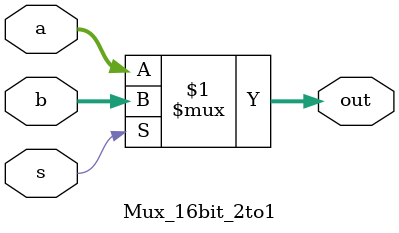
<source format=v>
module Mux_16bit_2to1(a, b, s, out);
	input [15:0]a, b;
	input s;
	output [15:0]out;


  assign out[15:0] = s ? b[15:0] : a[15:0];
	
 
endmodule

</source>
